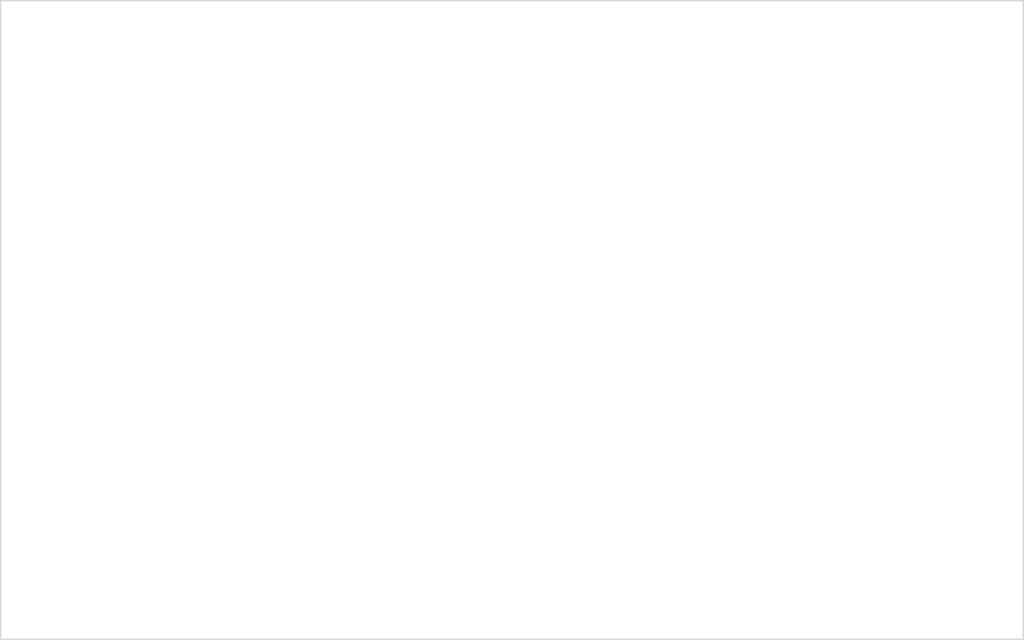
<source format=kicad_pcb>
(kicad_pcb
	(version 20240108)
	(generator "pcbnew")
	(generator_version "8.0")
	(general
		(thickness 1.6)
		(legacy_teardrops no)
	)
	(paper "A4")
	(layers
		(0 "F.Cu" signal)
		(31 "B.Cu" signal)
		(32 "B.Adhes" user "B.Adhesive")
		(33 "F.Adhes" user "F.Adhesive")
		(34 "B.Paste" user)
		(35 "F.Paste" user)
		(36 "B.SilkS" user "B.Silkscreen")
		(37 "F.SilkS" user "F.Silkscreen")
		(38 "B.Mask" user)
		(39 "F.Mask" user)
		(40 "Dwgs.User" user "User.Drawings")
		(41 "Cmts.User" user "User.Comments")
		(42 "Eco1.User" user "User.Eco1")
		(43 "Eco2.User" user "User.Eco2")
		(44 "Edge.Cuts" user)
		(45 "Margin" user)
		(46 "B.CrtYd" user "B.Courtyard")
		(47 "F.CrtYd" user "F.Courtyard")
		(48 "B.Fab" user)
		(49 "F.Fab" user)
		(50 "User.1" user)
		(51 "User.2" user)
		(52 "User.3" user)
		(53 "User.4" user)
		(54 "User.5" user)
		(55 "User.6" user)
		(56 "User.7" user)
		(57 "User.8" user)
		(58 "User.9" user)
	)
	(setup
		(pad_to_mask_clearance 0)
		(allow_soldermask_bridges_in_footprints no)
		(pcbplotparams
			(layerselection 0x00010fc_ffffffff)
			(plot_on_all_layers_selection 0x0000000_00000000)
			(disableapertmacros no)
			(usegerberextensions no)
			(usegerberattributes yes)
			(usegerberadvancedattributes yes)
			(creategerberjobfile yes)
			(dashed_line_dash_ratio 12.000000)
			(dashed_line_gap_ratio 3.000000)
			(svgprecision 4)
			(plotframeref no)
			(viasonmask no)
			(mode 1)
			(useauxorigin no)
			(hpglpennumber 1)
			(hpglpenspeed 20)
			(hpglpendiameter 15.000000)
			(pdf_front_fp_property_popups yes)
			(pdf_back_fp_property_popups yes)
			(dxfpolygonmode yes)
			(dxfimperialunits yes)
			(dxfusepcbnewfont yes)
			(psnegative no)
			(psa4output no)
			(plotreference yes)
			(plotvalue yes)
			(plotfptext yes)
			(plotinvisibletext no)
			(sketchpadsonfab no)
			(subtractmaskfromsilk no)
			(outputformat 1)
			(mirror no)
			(drillshape 1)
			(scaleselection 1)
			(outputdirectory "")
		)
	)
	(net 0 "")
	(gr_rect
		(start 53.7 38.7)
		(end 213.7 138.7)
		(stroke
			(width 0.2)
			(type default)
		)
		(fill none)
		(layer "Edge.Cuts")
		(uuid "961380d6-7546-4014-bec6-1757d8ea13ae")
	)
)

</source>
